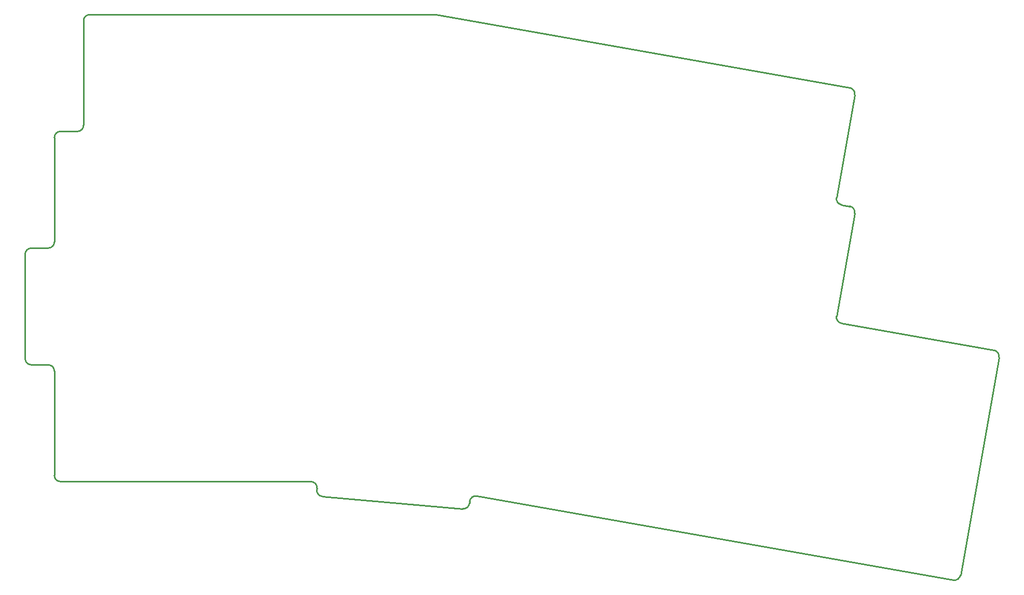
<source format=gbr>
%TF.GenerationSoftware,KiCad,Pcbnew,(6.0.7)*%
%TF.CreationDate,2023-04-18T20:13:39+02:00*%
%TF.ProjectId,chocobanan,63686f63-6f62-4616-9e61-6e2e6b696361,rev?*%
%TF.SameCoordinates,Original*%
%TF.FileFunction,Profile,NP*%
%FSLAX46Y46*%
G04 Gerber Fmt 4.6, Leading zero omitted, Abs format (unit mm)*
G04 Created by KiCad (PCBNEW (6.0.7)) date 2023-04-18 20:13:39*
%MOMM*%
%LPD*%
G01*
G04 APERTURE LIST*
%TA.AperFunction,Profile*%
%ADD10C,0.250000*%
%TD*%
G04 APERTURE END LIST*
D10*
X135037288Y-46389209D02*
X128768589Y-81940769D01*
X-14287500Y-8525000D02*
X-14287500Y8525000D01*
X-13287500Y9525000D02*
X43012488Y9525000D01*
X-22812500Y-28575000D02*
G75*
G03*
X-23812500Y-29575000I-1J-999999D01*
G01*
X135037314Y-46389214D02*
G75*
G03*
X134226129Y-45230753I-984714J173714D01*
G01*
X-22812500Y-28575000D02*
X-20050000Y-28575000D01*
X-20050000Y-47625000D02*
X-22812500Y-47625000D01*
X-19050000Y-65675000D02*
X-19050000Y-48625000D01*
X111514173Y-22897572D02*
G75*
G03*
X110703041Y-21739121I-984773J173672D01*
G01*
X23790495Y-67762157D02*
G75*
G03*
X22794284Y-66675000I-996195J87157D01*
G01*
X23767805Y-68022160D02*
G75*
G03*
X24676771Y-69105505I996095J-87240D01*
G01*
X43186137Y9509805D02*
G75*
G03*
X43012488Y9525000I-173637J-984505D01*
G01*
X22794284Y-66675000D02*
X-18050000Y-66675000D01*
X127610119Y-82752005D02*
G75*
G03*
X128768589Y-81940769I173581J984905D01*
G01*
X47589248Y-71110100D02*
G75*
G03*
X48672600Y-70201048I87152J996200D01*
G01*
X-19050000Y-27575000D02*
X-19050000Y-10525000D01*
X111514227Y-3553705D02*
G75*
G03*
X110703041Y-2395244I-984727J173705D01*
G01*
X108553470Y-20344667D02*
G75*
G03*
X109364659Y-21503128I984830J-173633D01*
G01*
X24676771Y-69105505D02*
X47589249Y-71110087D01*
X111514200Y-3553700D02*
X108553499Y-20344672D01*
X-15287500Y-9525000D02*
G75*
G03*
X-14287500Y-8525000I1J999999D01*
G01*
X109364659Y-40847005D02*
X134226129Y-45230753D01*
X108553497Y-39688549D02*
G75*
G03*
X109364659Y-40847005I984803J-173651D01*
G01*
X127610133Y-82751928D02*
X49865190Y-69043397D01*
X-18050000Y-9525000D02*
G75*
G03*
X-19050000Y-10525000I-1J-999999D01*
G01*
X-23812500Y-46625000D02*
X-23812500Y-29575000D01*
X-19050000Y-48625000D02*
G75*
G03*
X-20050000Y-47625000I-999999J1D01*
G01*
X-18050000Y-9525000D02*
X-15287500Y-9525000D01*
X-23812500Y-46625000D02*
G75*
G03*
X-22812500Y-47625000I999999J-1D01*
G01*
X23790479Y-67762156D02*
X23767732Y-68022154D01*
X48695347Y-69941049D02*
X48672600Y-70201048D01*
X-13287500Y9525000D02*
G75*
G03*
X-14287500Y8525000I-1J-999999D01*
G01*
X-19050000Y-65675000D02*
G75*
G03*
X-18050000Y-66675000I999999J-1D01*
G01*
X43186137Y9509808D02*
X110703041Y-2395244D01*
X109364659Y-21503128D02*
X110703041Y-21739121D01*
X49865203Y-69043325D02*
G75*
G03*
X48695347Y-69941049I-173603J-984875D01*
G01*
X111514200Y-22897577D02*
X108553499Y-39688549D01*
X-20050000Y-28575000D02*
G75*
G03*
X-19050000Y-27575000I1J999999D01*
G01*
M02*

</source>
